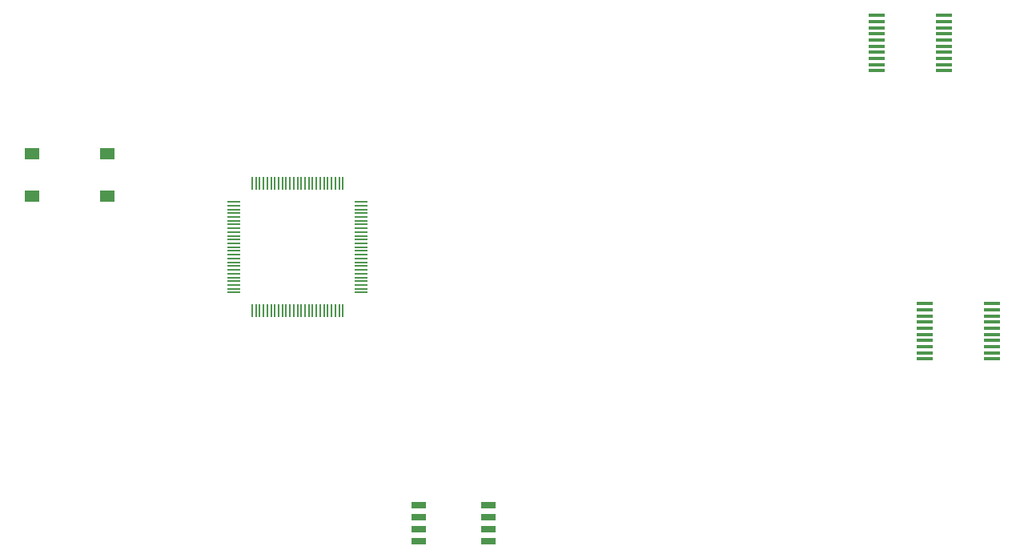
<source format=gbr>
G04 EAGLE Gerber RS-274X export*
G75*
%MOMM*%
%FSLAX34Y34*%
%LPD*%
%INSolderpaste Top*%
%IPPOS*%
%AMOC8*
5,1,8,0,0,1.08239X$1,22.5*%
G01*
%ADD10R,1.475000X0.199897*%
%ADD11R,0.199897X1.475000*%
%ADD12R,1.550000X0.700000*%
%ADD13R,1.550000X1.300000*%
%ADD14R,1.800000X0.450000*%


D10*
X440620Y454400D03*
X440620Y450400D03*
X440620Y446400D03*
X440620Y442400D03*
X440620Y438400D03*
X440620Y434400D03*
X440620Y430400D03*
X440620Y426400D03*
X440620Y422400D03*
X440620Y418400D03*
X440620Y414400D03*
X440620Y410400D03*
X440620Y406400D03*
X440620Y402400D03*
X440620Y398400D03*
X440620Y394400D03*
X440620Y390400D03*
X440620Y386400D03*
X440620Y382400D03*
X440620Y378400D03*
X440620Y374400D03*
X440620Y370400D03*
X440620Y366400D03*
X440620Y362400D03*
X440620Y358400D03*
D11*
X460000Y339020D03*
X464000Y339020D03*
X468000Y339020D03*
X472000Y339020D03*
X476000Y339020D03*
X480000Y339020D03*
X484000Y339020D03*
X488000Y339020D03*
X492000Y339020D03*
X496000Y339020D03*
X500000Y339020D03*
X504000Y339020D03*
X508000Y339020D03*
X512000Y339020D03*
X516000Y339020D03*
X520000Y339020D03*
X524000Y339020D03*
X528000Y339020D03*
X532000Y339020D03*
X536000Y339020D03*
X540000Y339020D03*
X544000Y339020D03*
X548000Y339020D03*
X552000Y339020D03*
X556000Y339020D03*
D10*
X575380Y358400D03*
X575380Y362400D03*
X575380Y366400D03*
X575380Y370400D03*
X575380Y374400D03*
X575380Y378400D03*
X575380Y382400D03*
X575380Y386400D03*
X575380Y390400D03*
X575380Y394400D03*
X575380Y398400D03*
X575380Y402400D03*
X575380Y406400D03*
X575380Y410400D03*
X575380Y414400D03*
X575380Y418400D03*
X575380Y422400D03*
X575380Y426400D03*
X575380Y430400D03*
X575380Y434400D03*
X575380Y438400D03*
X575380Y442400D03*
X575380Y446400D03*
X575380Y450400D03*
X575380Y454400D03*
D11*
X556000Y473780D03*
X552000Y473780D03*
X548000Y473780D03*
X544000Y473780D03*
X540000Y473780D03*
X536000Y473780D03*
X532000Y473780D03*
X528000Y473780D03*
X524000Y473780D03*
X520000Y473780D03*
X516000Y473780D03*
X512000Y473780D03*
X508000Y473780D03*
X504000Y473780D03*
X500000Y473780D03*
X496000Y473780D03*
X492000Y473780D03*
X488000Y473780D03*
X484000Y473780D03*
X480000Y473780D03*
X476000Y473780D03*
X472000Y473780D03*
X468000Y473780D03*
X464000Y473780D03*
X460000Y473780D03*
D12*
X636600Y133350D03*
X636600Y120650D03*
X636600Y107950D03*
X636600Y95250D03*
X709600Y95250D03*
X709600Y107950D03*
X709600Y120650D03*
X709600Y133350D03*
D13*
X306450Y505100D03*
X226950Y505100D03*
X306450Y460100D03*
X226950Y460100D03*
D14*
X1242000Y288250D03*
X1242000Y294750D03*
X1242000Y301250D03*
X1242000Y307750D03*
X1242000Y314250D03*
X1242000Y320750D03*
X1242000Y327250D03*
X1242000Y333750D03*
X1242000Y340250D03*
X1242000Y346750D03*
X1171000Y346750D03*
X1171000Y340250D03*
X1171000Y333750D03*
X1171000Y327250D03*
X1171000Y320750D03*
X1171000Y314250D03*
X1171000Y307750D03*
X1171000Y301250D03*
X1171000Y294750D03*
X1171000Y288250D03*
X1191200Y593050D03*
X1191200Y599550D03*
X1191200Y606050D03*
X1191200Y612550D03*
X1191200Y619050D03*
X1191200Y625550D03*
X1191200Y632050D03*
X1191200Y638550D03*
X1191200Y645050D03*
X1191200Y651550D03*
X1120200Y651550D03*
X1120200Y645050D03*
X1120200Y638550D03*
X1120200Y632050D03*
X1120200Y625550D03*
X1120200Y619050D03*
X1120200Y612550D03*
X1120200Y606050D03*
X1120200Y599550D03*
X1120200Y593050D03*
M02*

</source>
